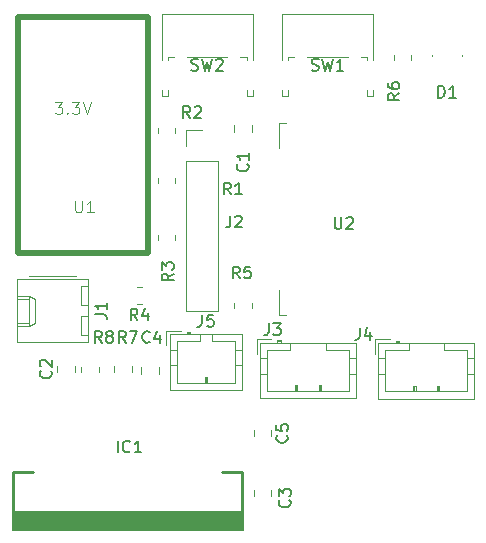
<source format=gbr>
%TF.GenerationSoftware,KiCad,Pcbnew,7.0.7-7.0.7~ubuntu22.04.1*%
%TF.CreationDate,2023-09-11T18:28:41+01:00*%
%TF.ProjectId,Blinder,426c696e-6465-4722-9e6b-696361645f70,rev?*%
%TF.SameCoordinates,Original*%
%TF.FileFunction,Legend,Top*%
%TF.FilePolarity,Positive*%
%FSLAX46Y46*%
G04 Gerber Fmt 4.6, Leading zero omitted, Abs format (unit mm)*
G04 Created by KiCad (PCBNEW 7.0.7-7.0.7~ubuntu22.04.1) date 2023-09-11 18:28:41*
%MOMM*%
%LPD*%
G01*
G04 APERTURE LIST*
%ADD10C,0.150000*%
%ADD11C,0.100000*%
%ADD12C,0.120000*%
%ADD13C,0.010000*%
%ADD14C,0.254000*%
%ADD15C,0.500000*%
G04 APERTURE END LIST*
D10*
X71991905Y-26414819D02*
X71991905Y-25414819D01*
X71991905Y-25414819D02*
X72230000Y-25414819D01*
X72230000Y-25414819D02*
X72372857Y-25462438D01*
X72372857Y-25462438D02*
X72468095Y-25557676D01*
X72468095Y-25557676D02*
X72515714Y-25652914D01*
X72515714Y-25652914D02*
X72563333Y-25843390D01*
X72563333Y-25843390D02*
X72563333Y-25986247D01*
X72563333Y-25986247D02*
X72515714Y-26176723D01*
X72515714Y-26176723D02*
X72468095Y-26271961D01*
X72468095Y-26271961D02*
X72372857Y-26367200D01*
X72372857Y-26367200D02*
X72230000Y-26414819D01*
X72230000Y-26414819D02*
X71991905Y-26414819D01*
X73515714Y-26414819D02*
X72944286Y-26414819D01*
X73230000Y-26414819D02*
X73230000Y-25414819D01*
X73230000Y-25414819D02*
X73134762Y-25557676D01*
X73134762Y-25557676D02*
X73039524Y-25652914D01*
X73039524Y-25652914D02*
X72944286Y-25700533D01*
X63246095Y-36538819D02*
X63246095Y-37348342D01*
X63246095Y-37348342D02*
X63293714Y-37443580D01*
X63293714Y-37443580D02*
X63341333Y-37491200D01*
X63341333Y-37491200D02*
X63436571Y-37538819D01*
X63436571Y-37538819D02*
X63627047Y-37538819D01*
X63627047Y-37538819D02*
X63722285Y-37491200D01*
X63722285Y-37491200D02*
X63769904Y-37443580D01*
X63769904Y-37443580D02*
X63817523Y-37348342D01*
X63817523Y-37348342D02*
X63817523Y-36538819D01*
X64246095Y-36634057D02*
X64293714Y-36586438D01*
X64293714Y-36586438D02*
X64388952Y-36538819D01*
X64388952Y-36538819D02*
X64627047Y-36538819D01*
X64627047Y-36538819D02*
X64722285Y-36586438D01*
X64722285Y-36586438D02*
X64769904Y-36634057D01*
X64769904Y-36634057D02*
X64817523Y-36729295D01*
X64817523Y-36729295D02*
X64817523Y-36824533D01*
X64817523Y-36824533D02*
X64769904Y-36967390D01*
X64769904Y-36967390D02*
X64198476Y-37538819D01*
X64198476Y-37538819D02*
X64817523Y-37538819D01*
X44870433Y-56461998D02*
X44870433Y-55461612D01*
X45918456Y-56366723D02*
X45870818Y-56414361D01*
X45870818Y-56414361D02*
X45727906Y-56461998D01*
X45727906Y-56461998D02*
X45632631Y-56461998D01*
X45632631Y-56461998D02*
X45489719Y-56414361D01*
X45489719Y-56414361D02*
X45394444Y-56319086D01*
X45394444Y-56319086D02*
X45346807Y-56223811D01*
X45346807Y-56223811D02*
X45299169Y-56033261D01*
X45299169Y-56033261D02*
X45299169Y-55890349D01*
X45299169Y-55890349D02*
X45346807Y-55699799D01*
X45346807Y-55699799D02*
X45394444Y-55604524D01*
X45394444Y-55604524D02*
X45489719Y-55509249D01*
X45489719Y-55509249D02*
X45632631Y-55461612D01*
X45632631Y-55461612D02*
X45727906Y-55461612D01*
X45727906Y-55461612D02*
X45870818Y-55509249D01*
X45870818Y-55509249D02*
X45918456Y-55556887D01*
X46871204Y-56461998D02*
X46299555Y-56461998D01*
X46585380Y-56461998D02*
X46585380Y-55461612D01*
X46585380Y-55461612D02*
X46490105Y-55604524D01*
X46490105Y-55604524D02*
X46394830Y-55699799D01*
X46394830Y-55699799D02*
X46299555Y-55747437D01*
X52006666Y-44814819D02*
X52006666Y-45529104D01*
X52006666Y-45529104D02*
X51959047Y-45671961D01*
X51959047Y-45671961D02*
X51863809Y-45767200D01*
X51863809Y-45767200D02*
X51720952Y-45814819D01*
X51720952Y-45814819D02*
X51625714Y-45814819D01*
X52959047Y-44814819D02*
X52482857Y-44814819D01*
X52482857Y-44814819D02*
X52435238Y-45291009D01*
X52435238Y-45291009D02*
X52482857Y-45243390D01*
X52482857Y-45243390D02*
X52578095Y-45195771D01*
X52578095Y-45195771D02*
X52816190Y-45195771D01*
X52816190Y-45195771D02*
X52911428Y-45243390D01*
X52911428Y-45243390D02*
X52959047Y-45291009D01*
X52959047Y-45291009D02*
X53006666Y-45386247D01*
X53006666Y-45386247D02*
X53006666Y-45624342D01*
X53006666Y-45624342D02*
X52959047Y-45719580D01*
X52959047Y-45719580D02*
X52911428Y-45767200D01*
X52911428Y-45767200D02*
X52816190Y-45814819D01*
X52816190Y-45814819D02*
X52578095Y-45814819D01*
X52578095Y-45814819D02*
X52482857Y-45767200D01*
X52482857Y-45767200D02*
X52435238Y-45719580D01*
X51116667Y-24087200D02*
X51259524Y-24134819D01*
X51259524Y-24134819D02*
X51497619Y-24134819D01*
X51497619Y-24134819D02*
X51592857Y-24087200D01*
X51592857Y-24087200D02*
X51640476Y-24039580D01*
X51640476Y-24039580D02*
X51688095Y-23944342D01*
X51688095Y-23944342D02*
X51688095Y-23849104D01*
X51688095Y-23849104D02*
X51640476Y-23753866D01*
X51640476Y-23753866D02*
X51592857Y-23706247D01*
X51592857Y-23706247D02*
X51497619Y-23658628D01*
X51497619Y-23658628D02*
X51307143Y-23611009D01*
X51307143Y-23611009D02*
X51211905Y-23563390D01*
X51211905Y-23563390D02*
X51164286Y-23515771D01*
X51164286Y-23515771D02*
X51116667Y-23420533D01*
X51116667Y-23420533D02*
X51116667Y-23325295D01*
X51116667Y-23325295D02*
X51164286Y-23230057D01*
X51164286Y-23230057D02*
X51211905Y-23182438D01*
X51211905Y-23182438D02*
X51307143Y-23134819D01*
X51307143Y-23134819D02*
X51545238Y-23134819D01*
X51545238Y-23134819D02*
X51688095Y-23182438D01*
X52021429Y-23134819D02*
X52259524Y-24134819D01*
X52259524Y-24134819D02*
X52450000Y-23420533D01*
X52450000Y-23420533D02*
X52640476Y-24134819D01*
X52640476Y-24134819D02*
X52878572Y-23134819D01*
X53211905Y-23230057D02*
X53259524Y-23182438D01*
X53259524Y-23182438D02*
X53354762Y-23134819D01*
X53354762Y-23134819D02*
X53592857Y-23134819D01*
X53592857Y-23134819D02*
X53688095Y-23182438D01*
X53688095Y-23182438D02*
X53735714Y-23230057D01*
X53735714Y-23230057D02*
X53783333Y-23325295D01*
X53783333Y-23325295D02*
X53783333Y-23420533D01*
X53783333Y-23420533D02*
X53735714Y-23563390D01*
X53735714Y-23563390D02*
X53164286Y-24134819D01*
X53164286Y-24134819D02*
X53783333Y-24134819D01*
X43521333Y-47190819D02*
X43188000Y-46714628D01*
X42949905Y-47190819D02*
X42949905Y-46190819D01*
X42949905Y-46190819D02*
X43330857Y-46190819D01*
X43330857Y-46190819D02*
X43426095Y-46238438D01*
X43426095Y-46238438D02*
X43473714Y-46286057D01*
X43473714Y-46286057D02*
X43521333Y-46381295D01*
X43521333Y-46381295D02*
X43521333Y-46524152D01*
X43521333Y-46524152D02*
X43473714Y-46619390D01*
X43473714Y-46619390D02*
X43426095Y-46667009D01*
X43426095Y-46667009D02*
X43330857Y-46714628D01*
X43330857Y-46714628D02*
X42949905Y-46714628D01*
X44092762Y-46619390D02*
X43997524Y-46571771D01*
X43997524Y-46571771D02*
X43949905Y-46524152D01*
X43949905Y-46524152D02*
X43902286Y-46428914D01*
X43902286Y-46428914D02*
X43902286Y-46381295D01*
X43902286Y-46381295D02*
X43949905Y-46286057D01*
X43949905Y-46286057D02*
X43997524Y-46238438D01*
X43997524Y-46238438D02*
X44092762Y-46190819D01*
X44092762Y-46190819D02*
X44283238Y-46190819D01*
X44283238Y-46190819D02*
X44378476Y-46238438D01*
X44378476Y-46238438D02*
X44426095Y-46286057D01*
X44426095Y-46286057D02*
X44473714Y-46381295D01*
X44473714Y-46381295D02*
X44473714Y-46428914D01*
X44473714Y-46428914D02*
X44426095Y-46524152D01*
X44426095Y-46524152D02*
X44378476Y-46571771D01*
X44378476Y-46571771D02*
X44283238Y-46619390D01*
X44283238Y-46619390D02*
X44092762Y-46619390D01*
X44092762Y-46619390D02*
X43997524Y-46667009D01*
X43997524Y-46667009D02*
X43949905Y-46714628D01*
X43949905Y-46714628D02*
X43902286Y-46809866D01*
X43902286Y-46809866D02*
X43902286Y-47000342D01*
X43902286Y-47000342D02*
X43949905Y-47095580D01*
X43949905Y-47095580D02*
X43997524Y-47143200D01*
X43997524Y-47143200D02*
X44092762Y-47190819D01*
X44092762Y-47190819D02*
X44283238Y-47190819D01*
X44283238Y-47190819D02*
X44378476Y-47143200D01*
X44378476Y-47143200D02*
X44426095Y-47095580D01*
X44426095Y-47095580D02*
X44473714Y-47000342D01*
X44473714Y-47000342D02*
X44473714Y-46809866D01*
X44473714Y-46809866D02*
X44426095Y-46714628D01*
X44426095Y-46714628D02*
X44378476Y-46667009D01*
X44378476Y-46667009D02*
X44283238Y-46619390D01*
X59189580Y-55009166D02*
X59237200Y-55056785D01*
X59237200Y-55056785D02*
X59284819Y-55199642D01*
X59284819Y-55199642D02*
X59284819Y-55294880D01*
X59284819Y-55294880D02*
X59237200Y-55437737D01*
X59237200Y-55437737D02*
X59141961Y-55532975D01*
X59141961Y-55532975D02*
X59046723Y-55580594D01*
X59046723Y-55580594D02*
X58856247Y-55628213D01*
X58856247Y-55628213D02*
X58713390Y-55628213D01*
X58713390Y-55628213D02*
X58522914Y-55580594D01*
X58522914Y-55580594D02*
X58427676Y-55532975D01*
X58427676Y-55532975D02*
X58332438Y-55437737D01*
X58332438Y-55437737D02*
X58284819Y-55294880D01*
X58284819Y-55294880D02*
X58284819Y-55199642D01*
X58284819Y-55199642D02*
X58332438Y-55056785D01*
X58332438Y-55056785D02*
X58380057Y-55009166D01*
X58284819Y-54104404D02*
X58284819Y-54580594D01*
X58284819Y-54580594D02*
X58761009Y-54628213D01*
X58761009Y-54628213D02*
X58713390Y-54580594D01*
X58713390Y-54580594D02*
X58665771Y-54485356D01*
X58665771Y-54485356D02*
X58665771Y-54247261D01*
X58665771Y-54247261D02*
X58713390Y-54152023D01*
X58713390Y-54152023D02*
X58761009Y-54104404D01*
X58761009Y-54104404D02*
X58856247Y-54056785D01*
X58856247Y-54056785D02*
X59094342Y-54056785D01*
X59094342Y-54056785D02*
X59189580Y-54104404D01*
X59189580Y-54104404D02*
X59237200Y-54152023D01*
X59237200Y-54152023D02*
X59284819Y-54247261D01*
X59284819Y-54247261D02*
X59284819Y-54485356D01*
X59284819Y-54485356D02*
X59237200Y-54580594D01*
X59237200Y-54580594D02*
X59189580Y-54628213D01*
X57666666Y-45534819D02*
X57666666Y-46249104D01*
X57666666Y-46249104D02*
X57619047Y-46391961D01*
X57619047Y-46391961D02*
X57523809Y-46487200D01*
X57523809Y-46487200D02*
X57380952Y-46534819D01*
X57380952Y-46534819D02*
X57285714Y-46534819D01*
X58047619Y-45534819D02*
X58666666Y-45534819D01*
X58666666Y-45534819D02*
X58333333Y-45915771D01*
X58333333Y-45915771D02*
X58476190Y-45915771D01*
X58476190Y-45915771D02*
X58571428Y-45963390D01*
X58571428Y-45963390D02*
X58619047Y-46011009D01*
X58619047Y-46011009D02*
X58666666Y-46106247D01*
X58666666Y-46106247D02*
X58666666Y-46344342D01*
X58666666Y-46344342D02*
X58619047Y-46439580D01*
X58619047Y-46439580D02*
X58571428Y-46487200D01*
X58571428Y-46487200D02*
X58476190Y-46534819D01*
X58476190Y-46534819D02*
X58190476Y-46534819D01*
X58190476Y-46534819D02*
X58095238Y-46487200D01*
X58095238Y-46487200D02*
X58047619Y-46439580D01*
X54443333Y-34617819D02*
X54110000Y-34141628D01*
X53871905Y-34617819D02*
X53871905Y-33617819D01*
X53871905Y-33617819D02*
X54252857Y-33617819D01*
X54252857Y-33617819D02*
X54348095Y-33665438D01*
X54348095Y-33665438D02*
X54395714Y-33713057D01*
X54395714Y-33713057D02*
X54443333Y-33808295D01*
X54443333Y-33808295D02*
X54443333Y-33951152D01*
X54443333Y-33951152D02*
X54395714Y-34046390D01*
X54395714Y-34046390D02*
X54348095Y-34094009D01*
X54348095Y-34094009D02*
X54252857Y-34141628D01*
X54252857Y-34141628D02*
X53871905Y-34141628D01*
X55395714Y-34617819D02*
X54824286Y-34617819D01*
X55110000Y-34617819D02*
X55110000Y-33617819D01*
X55110000Y-33617819D02*
X55014762Y-33760676D01*
X55014762Y-33760676D02*
X54919524Y-33855914D01*
X54919524Y-33855914D02*
X54824286Y-33903533D01*
X54403666Y-36411819D02*
X54403666Y-37126104D01*
X54403666Y-37126104D02*
X54356047Y-37268961D01*
X54356047Y-37268961D02*
X54260809Y-37364200D01*
X54260809Y-37364200D02*
X54117952Y-37411819D01*
X54117952Y-37411819D02*
X54022714Y-37411819D01*
X54832238Y-36507057D02*
X54879857Y-36459438D01*
X54879857Y-36459438D02*
X54975095Y-36411819D01*
X54975095Y-36411819D02*
X55213190Y-36411819D01*
X55213190Y-36411819D02*
X55308428Y-36459438D01*
X55308428Y-36459438D02*
X55356047Y-36507057D01*
X55356047Y-36507057D02*
X55403666Y-36602295D01*
X55403666Y-36602295D02*
X55403666Y-36697533D01*
X55403666Y-36697533D02*
X55356047Y-36840390D01*
X55356047Y-36840390D02*
X54784619Y-37411819D01*
X54784619Y-37411819D02*
X55403666Y-37411819D01*
X39192580Y-49548166D02*
X39240200Y-49595785D01*
X39240200Y-49595785D02*
X39287819Y-49738642D01*
X39287819Y-49738642D02*
X39287819Y-49833880D01*
X39287819Y-49833880D02*
X39240200Y-49976737D01*
X39240200Y-49976737D02*
X39144961Y-50071975D01*
X39144961Y-50071975D02*
X39049723Y-50119594D01*
X39049723Y-50119594D02*
X38859247Y-50167213D01*
X38859247Y-50167213D02*
X38716390Y-50167213D01*
X38716390Y-50167213D02*
X38525914Y-50119594D01*
X38525914Y-50119594D02*
X38430676Y-50071975D01*
X38430676Y-50071975D02*
X38335438Y-49976737D01*
X38335438Y-49976737D02*
X38287819Y-49833880D01*
X38287819Y-49833880D02*
X38287819Y-49738642D01*
X38287819Y-49738642D02*
X38335438Y-49595785D01*
X38335438Y-49595785D02*
X38383057Y-49548166D01*
X38383057Y-49167213D02*
X38335438Y-49119594D01*
X38335438Y-49119594D02*
X38287819Y-49024356D01*
X38287819Y-49024356D02*
X38287819Y-48786261D01*
X38287819Y-48786261D02*
X38335438Y-48691023D01*
X38335438Y-48691023D02*
X38383057Y-48643404D01*
X38383057Y-48643404D02*
X38478295Y-48595785D01*
X38478295Y-48595785D02*
X38573533Y-48595785D01*
X38573533Y-48595785D02*
X38716390Y-48643404D01*
X38716390Y-48643404D02*
X39287819Y-49214832D01*
X39287819Y-49214832D02*
X39287819Y-48595785D01*
X65353774Y-45923884D02*
X65353774Y-46638169D01*
X65353774Y-46638169D02*
X65306155Y-46781026D01*
X65306155Y-46781026D02*
X65210917Y-46876265D01*
X65210917Y-46876265D02*
X65068060Y-46923884D01*
X65068060Y-46923884D02*
X64972822Y-46923884D01*
X66258536Y-46257217D02*
X66258536Y-46923884D01*
X66020441Y-45876265D02*
X65782346Y-46590550D01*
X65782346Y-46590550D02*
X66401393Y-46590550D01*
X42944819Y-44783333D02*
X43659104Y-44783333D01*
X43659104Y-44783333D02*
X43801961Y-44830952D01*
X43801961Y-44830952D02*
X43897200Y-44926190D01*
X43897200Y-44926190D02*
X43944819Y-45069047D01*
X43944819Y-45069047D02*
X43944819Y-45164285D01*
X43944819Y-43783333D02*
X43944819Y-44354761D01*
X43944819Y-44069047D02*
X42944819Y-44069047D01*
X42944819Y-44069047D02*
X43087676Y-44164285D01*
X43087676Y-44164285D02*
X43182914Y-44259523D01*
X43182914Y-44259523D02*
X43230533Y-44354761D01*
X49603819Y-41314666D02*
X49127628Y-41647999D01*
X49603819Y-41886094D02*
X48603819Y-41886094D01*
X48603819Y-41886094D02*
X48603819Y-41505142D01*
X48603819Y-41505142D02*
X48651438Y-41409904D01*
X48651438Y-41409904D02*
X48699057Y-41362285D01*
X48699057Y-41362285D02*
X48794295Y-41314666D01*
X48794295Y-41314666D02*
X48937152Y-41314666D01*
X48937152Y-41314666D02*
X49032390Y-41362285D01*
X49032390Y-41362285D02*
X49080009Y-41409904D01*
X49080009Y-41409904D02*
X49127628Y-41505142D01*
X49127628Y-41505142D02*
X49127628Y-41886094D01*
X48603819Y-40981332D02*
X48603819Y-40362285D01*
X48603819Y-40362285D02*
X48984771Y-40695618D01*
X48984771Y-40695618D02*
X48984771Y-40552761D01*
X48984771Y-40552761D02*
X49032390Y-40457523D01*
X49032390Y-40457523D02*
X49080009Y-40409904D01*
X49080009Y-40409904D02*
X49175247Y-40362285D01*
X49175247Y-40362285D02*
X49413342Y-40362285D01*
X49413342Y-40362285D02*
X49508580Y-40409904D01*
X49508580Y-40409904D02*
X49556200Y-40457523D01*
X49556200Y-40457523D02*
X49603819Y-40552761D01*
X49603819Y-40552761D02*
X49603819Y-40838475D01*
X49603819Y-40838475D02*
X49556200Y-40933713D01*
X49556200Y-40933713D02*
X49508580Y-40981332D01*
D11*
X41275095Y-35144419D02*
X41275095Y-35953942D01*
X41275095Y-35953942D02*
X41322714Y-36049180D01*
X41322714Y-36049180D02*
X41370333Y-36096800D01*
X41370333Y-36096800D02*
X41465571Y-36144419D01*
X41465571Y-36144419D02*
X41656047Y-36144419D01*
X41656047Y-36144419D02*
X41751285Y-36096800D01*
X41751285Y-36096800D02*
X41798904Y-36049180D01*
X41798904Y-36049180D02*
X41846523Y-35953942D01*
X41846523Y-35953942D02*
X41846523Y-35144419D01*
X42846523Y-36144419D02*
X42275095Y-36144419D01*
X42560809Y-36144419D02*
X42560809Y-35144419D01*
X42560809Y-35144419D02*
X42465571Y-35287276D01*
X42465571Y-35287276D02*
X42370333Y-35382514D01*
X42370333Y-35382514D02*
X42275095Y-35430133D01*
X39578646Y-26812419D02*
X40197693Y-26812419D01*
X40197693Y-26812419D02*
X39864360Y-27193371D01*
X39864360Y-27193371D02*
X40007217Y-27193371D01*
X40007217Y-27193371D02*
X40102455Y-27240990D01*
X40102455Y-27240990D02*
X40150074Y-27288609D01*
X40150074Y-27288609D02*
X40197693Y-27383847D01*
X40197693Y-27383847D02*
X40197693Y-27621942D01*
X40197693Y-27621942D02*
X40150074Y-27717180D01*
X40150074Y-27717180D02*
X40102455Y-27764800D01*
X40102455Y-27764800D02*
X40007217Y-27812419D01*
X40007217Y-27812419D02*
X39721503Y-27812419D01*
X39721503Y-27812419D02*
X39626265Y-27764800D01*
X39626265Y-27764800D02*
X39578646Y-27717180D01*
X40626265Y-27717180D02*
X40673884Y-27764800D01*
X40673884Y-27764800D02*
X40626265Y-27812419D01*
X40626265Y-27812419D02*
X40578646Y-27764800D01*
X40578646Y-27764800D02*
X40626265Y-27717180D01*
X40626265Y-27717180D02*
X40626265Y-27812419D01*
X41007217Y-26812419D02*
X41626264Y-26812419D01*
X41626264Y-26812419D02*
X41292931Y-27193371D01*
X41292931Y-27193371D02*
X41435788Y-27193371D01*
X41435788Y-27193371D02*
X41531026Y-27240990D01*
X41531026Y-27240990D02*
X41578645Y-27288609D01*
X41578645Y-27288609D02*
X41626264Y-27383847D01*
X41626264Y-27383847D02*
X41626264Y-27621942D01*
X41626264Y-27621942D02*
X41578645Y-27717180D01*
X41578645Y-27717180D02*
X41531026Y-27764800D01*
X41531026Y-27764800D02*
X41435788Y-27812419D01*
X41435788Y-27812419D02*
X41150074Y-27812419D01*
X41150074Y-27812419D02*
X41054836Y-27764800D01*
X41054836Y-27764800D02*
X41007217Y-27717180D01*
X41911979Y-26812419D02*
X42245312Y-27812419D01*
X42245312Y-27812419D02*
X42578645Y-26812419D01*
D10*
X55858580Y-32043666D02*
X55906200Y-32091285D01*
X55906200Y-32091285D02*
X55953819Y-32234142D01*
X55953819Y-32234142D02*
X55953819Y-32329380D01*
X55953819Y-32329380D02*
X55906200Y-32472237D01*
X55906200Y-32472237D02*
X55810961Y-32567475D01*
X55810961Y-32567475D02*
X55715723Y-32615094D01*
X55715723Y-32615094D02*
X55525247Y-32662713D01*
X55525247Y-32662713D02*
X55382390Y-32662713D01*
X55382390Y-32662713D02*
X55191914Y-32615094D01*
X55191914Y-32615094D02*
X55096676Y-32567475D01*
X55096676Y-32567475D02*
X55001438Y-32472237D01*
X55001438Y-32472237D02*
X54953819Y-32329380D01*
X54953819Y-32329380D02*
X54953819Y-32234142D01*
X54953819Y-32234142D02*
X55001438Y-32091285D01*
X55001438Y-32091285D02*
X55049057Y-32043666D01*
X55953819Y-31091285D02*
X55953819Y-31662713D01*
X55953819Y-31376999D02*
X54953819Y-31376999D01*
X54953819Y-31376999D02*
X55096676Y-31472237D01*
X55096676Y-31472237D02*
X55191914Y-31567475D01*
X55191914Y-31567475D02*
X55239533Y-31662713D01*
X51014333Y-28140819D02*
X50681000Y-27664628D01*
X50442905Y-28140819D02*
X50442905Y-27140819D01*
X50442905Y-27140819D02*
X50823857Y-27140819D01*
X50823857Y-27140819D02*
X50919095Y-27188438D01*
X50919095Y-27188438D02*
X50966714Y-27236057D01*
X50966714Y-27236057D02*
X51014333Y-27331295D01*
X51014333Y-27331295D02*
X51014333Y-27474152D01*
X51014333Y-27474152D02*
X50966714Y-27569390D01*
X50966714Y-27569390D02*
X50919095Y-27617009D01*
X50919095Y-27617009D02*
X50823857Y-27664628D01*
X50823857Y-27664628D02*
X50442905Y-27664628D01*
X51395286Y-27236057D02*
X51442905Y-27188438D01*
X51442905Y-27188438D02*
X51538143Y-27140819D01*
X51538143Y-27140819D02*
X51776238Y-27140819D01*
X51776238Y-27140819D02*
X51871476Y-27188438D01*
X51871476Y-27188438D02*
X51919095Y-27236057D01*
X51919095Y-27236057D02*
X51966714Y-27331295D01*
X51966714Y-27331295D02*
X51966714Y-27426533D01*
X51966714Y-27426533D02*
X51919095Y-27569390D01*
X51919095Y-27569390D02*
X51347667Y-28140819D01*
X51347667Y-28140819D02*
X51966714Y-28140819D01*
X47585333Y-47095580D02*
X47537714Y-47143200D01*
X47537714Y-47143200D02*
X47394857Y-47190819D01*
X47394857Y-47190819D02*
X47299619Y-47190819D01*
X47299619Y-47190819D02*
X47156762Y-47143200D01*
X47156762Y-47143200D02*
X47061524Y-47047961D01*
X47061524Y-47047961D02*
X47013905Y-46952723D01*
X47013905Y-46952723D02*
X46966286Y-46762247D01*
X46966286Y-46762247D02*
X46966286Y-46619390D01*
X46966286Y-46619390D02*
X47013905Y-46428914D01*
X47013905Y-46428914D02*
X47061524Y-46333676D01*
X47061524Y-46333676D02*
X47156762Y-46238438D01*
X47156762Y-46238438D02*
X47299619Y-46190819D01*
X47299619Y-46190819D02*
X47394857Y-46190819D01*
X47394857Y-46190819D02*
X47537714Y-46238438D01*
X47537714Y-46238438D02*
X47585333Y-46286057D01*
X48442476Y-46524152D02*
X48442476Y-47190819D01*
X48204381Y-46143200D02*
X47966286Y-46857485D01*
X47966286Y-46857485D02*
X48585333Y-46857485D01*
X59414580Y-60491666D02*
X59462200Y-60539285D01*
X59462200Y-60539285D02*
X59509819Y-60682142D01*
X59509819Y-60682142D02*
X59509819Y-60777380D01*
X59509819Y-60777380D02*
X59462200Y-60920237D01*
X59462200Y-60920237D02*
X59366961Y-61015475D01*
X59366961Y-61015475D02*
X59271723Y-61063094D01*
X59271723Y-61063094D02*
X59081247Y-61110713D01*
X59081247Y-61110713D02*
X58938390Y-61110713D01*
X58938390Y-61110713D02*
X58747914Y-61063094D01*
X58747914Y-61063094D02*
X58652676Y-61015475D01*
X58652676Y-61015475D02*
X58557438Y-60920237D01*
X58557438Y-60920237D02*
X58509819Y-60777380D01*
X58509819Y-60777380D02*
X58509819Y-60682142D01*
X58509819Y-60682142D02*
X58557438Y-60539285D01*
X58557438Y-60539285D02*
X58605057Y-60491666D01*
X58509819Y-60158332D02*
X58509819Y-59539285D01*
X58509819Y-59539285D02*
X58890771Y-59872618D01*
X58890771Y-59872618D02*
X58890771Y-59729761D01*
X58890771Y-59729761D02*
X58938390Y-59634523D01*
X58938390Y-59634523D02*
X58986009Y-59586904D01*
X58986009Y-59586904D02*
X59081247Y-59539285D01*
X59081247Y-59539285D02*
X59319342Y-59539285D01*
X59319342Y-59539285D02*
X59414580Y-59586904D01*
X59414580Y-59586904D02*
X59462200Y-59634523D01*
X59462200Y-59634523D02*
X59509819Y-59729761D01*
X59509819Y-59729761D02*
X59509819Y-60015475D01*
X59509819Y-60015475D02*
X59462200Y-60110713D01*
X59462200Y-60110713D02*
X59414580Y-60158332D01*
X55205333Y-41729819D02*
X54872000Y-41253628D01*
X54633905Y-41729819D02*
X54633905Y-40729819D01*
X54633905Y-40729819D02*
X55014857Y-40729819D01*
X55014857Y-40729819D02*
X55110095Y-40777438D01*
X55110095Y-40777438D02*
X55157714Y-40825057D01*
X55157714Y-40825057D02*
X55205333Y-40920295D01*
X55205333Y-40920295D02*
X55205333Y-41063152D01*
X55205333Y-41063152D02*
X55157714Y-41158390D01*
X55157714Y-41158390D02*
X55110095Y-41206009D01*
X55110095Y-41206009D02*
X55014857Y-41253628D01*
X55014857Y-41253628D02*
X54633905Y-41253628D01*
X56110095Y-40729819D02*
X55633905Y-40729819D01*
X55633905Y-40729819D02*
X55586286Y-41206009D01*
X55586286Y-41206009D02*
X55633905Y-41158390D01*
X55633905Y-41158390D02*
X55729143Y-41110771D01*
X55729143Y-41110771D02*
X55967238Y-41110771D01*
X55967238Y-41110771D02*
X56062476Y-41158390D01*
X56062476Y-41158390D02*
X56110095Y-41206009D01*
X56110095Y-41206009D02*
X56157714Y-41301247D01*
X56157714Y-41301247D02*
X56157714Y-41539342D01*
X56157714Y-41539342D02*
X56110095Y-41634580D01*
X56110095Y-41634580D02*
X56062476Y-41682200D01*
X56062476Y-41682200D02*
X55967238Y-41729819D01*
X55967238Y-41729819D02*
X55729143Y-41729819D01*
X55729143Y-41729819D02*
X55633905Y-41682200D01*
X55633905Y-41682200D02*
X55586286Y-41634580D01*
X46553333Y-45284819D02*
X46220000Y-44808628D01*
X45981905Y-45284819D02*
X45981905Y-44284819D01*
X45981905Y-44284819D02*
X46362857Y-44284819D01*
X46362857Y-44284819D02*
X46458095Y-44332438D01*
X46458095Y-44332438D02*
X46505714Y-44380057D01*
X46505714Y-44380057D02*
X46553333Y-44475295D01*
X46553333Y-44475295D02*
X46553333Y-44618152D01*
X46553333Y-44618152D02*
X46505714Y-44713390D01*
X46505714Y-44713390D02*
X46458095Y-44761009D01*
X46458095Y-44761009D02*
X46362857Y-44808628D01*
X46362857Y-44808628D02*
X45981905Y-44808628D01*
X47410476Y-44618152D02*
X47410476Y-45284819D01*
X47172381Y-44237200D02*
X46934286Y-44951485D01*
X46934286Y-44951485D02*
X47553333Y-44951485D01*
X45553333Y-47190819D02*
X45220000Y-46714628D01*
X44981905Y-47190819D02*
X44981905Y-46190819D01*
X44981905Y-46190819D02*
X45362857Y-46190819D01*
X45362857Y-46190819D02*
X45458095Y-46238438D01*
X45458095Y-46238438D02*
X45505714Y-46286057D01*
X45505714Y-46286057D02*
X45553333Y-46381295D01*
X45553333Y-46381295D02*
X45553333Y-46524152D01*
X45553333Y-46524152D02*
X45505714Y-46619390D01*
X45505714Y-46619390D02*
X45458095Y-46667009D01*
X45458095Y-46667009D02*
X45362857Y-46714628D01*
X45362857Y-46714628D02*
X44981905Y-46714628D01*
X45886667Y-46190819D02*
X46553333Y-46190819D01*
X46553333Y-46190819D02*
X46124762Y-47190819D01*
X68721408Y-26068723D02*
X68245217Y-26402056D01*
X68721408Y-26640151D02*
X67721408Y-26640151D01*
X67721408Y-26640151D02*
X67721408Y-26259199D01*
X67721408Y-26259199D02*
X67769027Y-26163961D01*
X67769027Y-26163961D02*
X67816646Y-26116342D01*
X67816646Y-26116342D02*
X67911884Y-26068723D01*
X67911884Y-26068723D02*
X68054741Y-26068723D01*
X68054741Y-26068723D02*
X68149979Y-26116342D01*
X68149979Y-26116342D02*
X68197598Y-26163961D01*
X68197598Y-26163961D02*
X68245217Y-26259199D01*
X68245217Y-26259199D02*
X68245217Y-26640151D01*
X67721408Y-25211580D02*
X67721408Y-25402056D01*
X67721408Y-25402056D02*
X67769027Y-25497294D01*
X67769027Y-25497294D02*
X67816646Y-25544913D01*
X67816646Y-25544913D02*
X67959503Y-25640151D01*
X67959503Y-25640151D02*
X68149979Y-25687770D01*
X68149979Y-25687770D02*
X68530931Y-25687770D01*
X68530931Y-25687770D02*
X68626169Y-25640151D01*
X68626169Y-25640151D02*
X68673789Y-25592532D01*
X68673789Y-25592532D02*
X68721408Y-25497294D01*
X68721408Y-25497294D02*
X68721408Y-25306818D01*
X68721408Y-25306818D02*
X68673789Y-25211580D01*
X68673789Y-25211580D02*
X68626169Y-25163961D01*
X68626169Y-25163961D02*
X68530931Y-25116342D01*
X68530931Y-25116342D02*
X68292836Y-25116342D01*
X68292836Y-25116342D02*
X68197598Y-25163961D01*
X68197598Y-25163961D02*
X68149979Y-25211580D01*
X68149979Y-25211580D02*
X68102360Y-25306818D01*
X68102360Y-25306818D02*
X68102360Y-25497294D01*
X68102360Y-25497294D02*
X68149979Y-25592532D01*
X68149979Y-25592532D02*
X68197598Y-25640151D01*
X68197598Y-25640151D02*
X68292836Y-25687770D01*
X61310887Y-24088921D02*
X61453744Y-24136540D01*
X61453744Y-24136540D02*
X61691839Y-24136540D01*
X61691839Y-24136540D02*
X61787077Y-24088921D01*
X61787077Y-24088921D02*
X61834696Y-24041301D01*
X61834696Y-24041301D02*
X61882315Y-23946063D01*
X61882315Y-23946063D02*
X61882315Y-23850825D01*
X61882315Y-23850825D02*
X61834696Y-23755587D01*
X61834696Y-23755587D02*
X61787077Y-23707968D01*
X61787077Y-23707968D02*
X61691839Y-23660349D01*
X61691839Y-23660349D02*
X61501363Y-23612730D01*
X61501363Y-23612730D02*
X61406125Y-23565111D01*
X61406125Y-23565111D02*
X61358506Y-23517492D01*
X61358506Y-23517492D02*
X61310887Y-23422254D01*
X61310887Y-23422254D02*
X61310887Y-23327016D01*
X61310887Y-23327016D02*
X61358506Y-23231778D01*
X61358506Y-23231778D02*
X61406125Y-23184159D01*
X61406125Y-23184159D02*
X61501363Y-23136540D01*
X61501363Y-23136540D02*
X61739458Y-23136540D01*
X61739458Y-23136540D02*
X61882315Y-23184159D01*
X62215649Y-23136540D02*
X62453744Y-24136540D01*
X62453744Y-24136540D02*
X62644220Y-23422254D01*
X62644220Y-23422254D02*
X62834696Y-24136540D01*
X62834696Y-24136540D02*
X63072792Y-23136540D01*
X63977553Y-24136540D02*
X63406125Y-24136540D01*
X63691839Y-24136540D02*
X63691839Y-23136540D01*
X63691839Y-23136540D02*
X63596601Y-23279397D01*
X63596601Y-23279397D02*
X63501363Y-23374635D01*
X63501363Y-23374635D02*
X63406125Y-23422254D01*
D12*
%TO.C,D1*%
X74000000Y-22920000D02*
X74000000Y-22920000D01*
X74000000Y-22920000D02*
X74000000Y-22790000D01*
X74000000Y-22790000D02*
X74000000Y-22920000D01*
X74000000Y-22790000D02*
X74000000Y-22790000D01*
X71460000Y-22920000D02*
X71460000Y-22920000D01*
X71460000Y-22920000D02*
X71460000Y-22790000D01*
X71460000Y-22790000D02*
X71460000Y-22920000D01*
X71460000Y-22790000D02*
X71460000Y-22790000D01*
%TO.C,U2*%
X58548000Y-44843000D02*
X58548000Y-42723000D01*
X59168000Y-44843000D02*
X58548000Y-44843000D01*
X58548000Y-30723000D02*
X58548000Y-28603000D01*
X58548000Y-28603000D02*
X59168000Y-28603000D01*
%TO.C,IC1*%
D13*
X55526220Y-63030000D02*
X35920000Y-63030000D01*
X35920000Y-61430910D01*
X55526220Y-61430910D01*
X55526220Y-63030000D01*
G36*
X55526220Y-63030000D02*
G01*
X35920000Y-63030000D01*
X35920000Y-61430910D01*
X55526220Y-61430910D01*
X55526220Y-63030000D01*
G37*
D14*
X36020000Y-58130000D02*
X36020000Y-61430000D01*
X37720000Y-58130000D02*
X36020000Y-58130000D01*
X55420000Y-58130000D02*
X53720000Y-58130000D01*
X55420000Y-58130000D02*
X55420000Y-61430000D01*
D12*
%TO.C,J5*%
X50740000Y-46250000D02*
X50740000Y-46450000D01*
X49890000Y-50560000D02*
X54790000Y-50560000D01*
X54790000Y-50560000D02*
X54790000Y-47060000D01*
X49280000Y-49060000D02*
X49890000Y-49060000D01*
X52440000Y-50060000D02*
X52440000Y-50560000D01*
X51840000Y-46450000D02*
X51840000Y-47060000D01*
X49890000Y-47060000D02*
X49890000Y-50560000D01*
X51040000Y-46450000D02*
X51040000Y-46250000D01*
X49280000Y-46450000D02*
X49280000Y-51170000D01*
X55400000Y-46450000D02*
X49280000Y-46450000D01*
X51840000Y-47060000D02*
X49890000Y-47060000D01*
X55400000Y-49060000D02*
X54790000Y-49060000D01*
X54790000Y-47060000D02*
X52840000Y-47060000D01*
X49280000Y-47760000D02*
X49890000Y-47760000D01*
X52340000Y-50560000D02*
X52340000Y-50060000D01*
X52240000Y-50060000D02*
X52440000Y-50060000D01*
X55400000Y-51170000D02*
X55400000Y-46450000D01*
X51040000Y-46350000D02*
X50740000Y-46350000D01*
X52840000Y-47060000D02*
X52840000Y-46450000D01*
X48980000Y-46150000D02*
X48980000Y-47400000D01*
X50230000Y-46150000D02*
X48980000Y-46150000D01*
X49280000Y-51170000D02*
X55400000Y-51170000D01*
X55400000Y-47760000D02*
X54790000Y-47760000D01*
X51040000Y-46250000D02*
X50740000Y-46250000D01*
X52240000Y-50560000D02*
X52240000Y-50060000D01*
%TO.C,SW2*%
X48590000Y-19300000D02*
X48590000Y-23200000D01*
X48590000Y-19300000D02*
X56310000Y-19300000D01*
X48590000Y-25800000D02*
X48590000Y-26310000D01*
X48590000Y-26310000D02*
X49110000Y-26310000D01*
X49110000Y-22970000D02*
X49110000Y-23200000D01*
X49110000Y-22970000D02*
X49650000Y-22970000D01*
X49110000Y-25800000D02*
X49110000Y-26310000D01*
X50750000Y-22970000D02*
X54150000Y-22970000D01*
X55250000Y-22970000D02*
X55790000Y-22970000D01*
X55790000Y-22970000D02*
X55790000Y-23200000D01*
X55790000Y-25800000D02*
X55790000Y-26310000D01*
X55790000Y-26310000D02*
X56310000Y-26310000D01*
X56310000Y-19300000D02*
X56310000Y-23200000D01*
X56310000Y-25800000D02*
X56310000Y-26310000D01*
%TO.C,R8*%
X43280000Y-49646064D02*
X43280000Y-49191936D01*
X41810000Y-49646064D02*
X41810000Y-49191936D01*
%TO.C,C5*%
X57885000Y-54581248D02*
X57885000Y-55103752D01*
X56415000Y-54581248D02*
X56415000Y-55103752D01*
%TO.C,J3*%
X65060000Y-51890000D02*
X65060000Y-47170000D01*
X65060000Y-49780000D02*
X64450000Y-49780000D01*
X65060000Y-48480000D02*
X64450000Y-48480000D01*
X65060000Y-47170000D02*
X56940000Y-47170000D01*
X64450000Y-51280000D02*
X64450000Y-47780000D01*
X64450000Y-47780000D02*
X62500000Y-47780000D01*
X62500000Y-47780000D02*
X62500000Y-47170000D01*
X62100000Y-50780000D02*
X62100000Y-51280000D01*
X62000000Y-51280000D02*
X62000000Y-50780000D01*
X61900000Y-51280000D02*
X61900000Y-50780000D01*
X61900000Y-50780000D02*
X62100000Y-50780000D01*
X60100000Y-50780000D02*
X60100000Y-51280000D01*
X60000000Y-51280000D02*
X60000000Y-50780000D01*
X59900000Y-51280000D02*
X59900000Y-50780000D01*
X59900000Y-50780000D02*
X60100000Y-50780000D01*
X59500000Y-47780000D02*
X57550000Y-47780000D01*
X59500000Y-47170000D02*
X59500000Y-47780000D01*
X58700000Y-47170000D02*
X58700000Y-46970000D01*
X58700000Y-47070000D02*
X58400000Y-47070000D01*
X58700000Y-46970000D02*
X58400000Y-46970000D01*
X58400000Y-46970000D02*
X58400000Y-47170000D01*
X57890000Y-46870000D02*
X56640000Y-46870000D01*
X57550000Y-51280000D02*
X64450000Y-51280000D01*
X57550000Y-47780000D02*
X57550000Y-51280000D01*
X56940000Y-51890000D02*
X65060000Y-51890000D01*
X56940000Y-49780000D02*
X57550000Y-49780000D01*
X56940000Y-48480000D02*
X57550000Y-48480000D01*
X56940000Y-47170000D02*
X56940000Y-51890000D01*
X56640000Y-46870000D02*
X56640000Y-48120000D01*
%TO.C,R1*%
X49757000Y-33644064D02*
X49757000Y-33189936D01*
X48287000Y-33644064D02*
X48287000Y-33189936D01*
%TO.C,J2*%
X53330000Y-31750000D02*
X53330000Y-44510000D01*
X50670000Y-44510000D02*
X53330000Y-44510000D01*
X50670000Y-31750000D02*
X53330000Y-31750000D01*
X50670000Y-31750000D02*
X50670000Y-44510000D01*
X50670000Y-30480000D02*
X50670000Y-29150000D01*
X50670000Y-29150000D02*
X52000000Y-29150000D01*
%TO.C,C2*%
X39778000Y-49642752D02*
X39778000Y-49120248D01*
X41248000Y-49642752D02*
X41248000Y-49120248D01*
%TO.C,J4*%
X75060000Y-51910000D02*
X75060000Y-47190000D01*
X75060000Y-49800000D02*
X74450000Y-49800000D01*
X75060000Y-48500000D02*
X74450000Y-48500000D01*
X75060000Y-47190000D02*
X66940000Y-47190000D01*
X74450000Y-51300000D02*
X74450000Y-47800000D01*
X74450000Y-47800000D02*
X72500000Y-47800000D01*
X72500000Y-47800000D02*
X72500000Y-47190000D01*
X72100000Y-50800000D02*
X72100000Y-51300000D01*
X72000000Y-51300000D02*
X72000000Y-50800000D01*
X71900000Y-51300000D02*
X71900000Y-50800000D01*
X71900000Y-50800000D02*
X72100000Y-50800000D01*
X70100000Y-50800000D02*
X70100000Y-51300000D01*
X70000000Y-51300000D02*
X70000000Y-50800000D01*
X69900000Y-51300000D02*
X69900000Y-50800000D01*
X69900000Y-50800000D02*
X70100000Y-50800000D01*
X69500000Y-47800000D02*
X67550000Y-47800000D01*
X69500000Y-47190000D02*
X69500000Y-47800000D01*
X68700000Y-47190000D02*
X68700000Y-46990000D01*
X68700000Y-47090000D02*
X68400000Y-47090000D01*
X68700000Y-46990000D02*
X68400000Y-46990000D01*
X68400000Y-46990000D02*
X68400000Y-47190000D01*
X67890000Y-46890000D02*
X66640000Y-46890000D01*
X67550000Y-51300000D02*
X74450000Y-51300000D01*
X67550000Y-47800000D02*
X67550000Y-51300000D01*
X66940000Y-51910000D02*
X75060000Y-51910000D01*
X66940000Y-49800000D02*
X67550000Y-49800000D01*
X66940000Y-48500000D02*
X67550000Y-48500000D01*
X66940000Y-47190000D02*
X66940000Y-51910000D01*
X66640000Y-46890000D02*
X66640000Y-48140000D01*
%TO.C,J1*%
X36380000Y-47100000D02*
X42400000Y-47100000D01*
X42400000Y-47100000D02*
X42400000Y-41800000D01*
X41800000Y-46520000D02*
X42400000Y-46520000D01*
X37380000Y-45720000D02*
X36380000Y-45720000D01*
X36380000Y-45470000D02*
X37380000Y-45470000D01*
X37910000Y-45470000D02*
X37380000Y-45720000D01*
X41800000Y-44920000D02*
X41800000Y-46520000D01*
X42400000Y-44920000D02*
X41800000Y-44920000D01*
X41800000Y-43980000D02*
X42400000Y-43980000D01*
X36380000Y-43430000D02*
X37380000Y-43430000D01*
X37910000Y-43430000D02*
X37910000Y-45470000D01*
X36380000Y-43180000D02*
X37380000Y-43180000D01*
X37380000Y-43180000D02*
X37380000Y-45720000D01*
X37380000Y-43180000D02*
X37910000Y-43430000D01*
X41800000Y-42380000D02*
X41800000Y-43980000D01*
X42400000Y-42380000D02*
X41800000Y-42380000D01*
X36380000Y-41800000D02*
X36380000Y-47100000D01*
X42400000Y-41800000D02*
X36380000Y-41800000D01*
X41370000Y-41510000D02*
X37370000Y-41510000D01*
%TO.C,R3*%
X48287000Y-38015936D02*
X48287000Y-38470064D01*
X49757000Y-38015936D02*
X49757000Y-38470064D01*
D15*
%TO.C,U1*%
X36410000Y-19600000D02*
X47410000Y-19600000D01*
X47410000Y-19600000D02*
X47410000Y-39600000D01*
X47410000Y-39600000D02*
X36410000Y-39600000D01*
X36410000Y-39600000D02*
X36410000Y-19600000D01*
D12*
%TO.C,C1*%
X54765000Y-29298752D02*
X54765000Y-28776248D01*
X56235000Y-29298752D02*
X56235000Y-28776248D01*
%TO.C,R2*%
X49735000Y-29437064D02*
X49735000Y-28982936D01*
X48265000Y-29437064D02*
X48265000Y-28982936D01*
%TO.C,C4*%
X46890000Y-49791252D02*
X46890000Y-49268748D01*
X48360000Y-49791252D02*
X48360000Y-49268748D01*
%TO.C,C3*%
X57885000Y-59661248D02*
X57885000Y-60183752D01*
X56415000Y-59661248D02*
X56415000Y-60183752D01*
%TO.C,R5*%
X54765000Y-44227064D02*
X54765000Y-43772936D01*
X56235000Y-44227064D02*
X56235000Y-43772936D01*
%TO.C,R4*%
X46947064Y-43915000D02*
X46492936Y-43915000D01*
X46947064Y-42445000D02*
X46492936Y-42445000D01*
%TO.C,R7*%
X46074000Y-49630064D02*
X46074000Y-49175936D01*
X44604000Y-49630064D02*
X44604000Y-49175936D01*
%TO.C,R6*%
X69735000Y-23227064D02*
X69735000Y-22772936D01*
X68265000Y-23227064D02*
X68265000Y-22772936D01*
%TO.C,SW1*%
X66504220Y-25801721D02*
X66504220Y-26311721D01*
X66504220Y-19301721D02*
X66504220Y-23201721D01*
X65984220Y-26311721D02*
X66504220Y-26311721D01*
X65984220Y-25801721D02*
X65984220Y-26311721D01*
X65984220Y-22971721D02*
X65984220Y-23201721D01*
X65444220Y-22971721D02*
X65984220Y-22971721D01*
X60944220Y-22971721D02*
X64344220Y-22971721D01*
X59304220Y-25801721D02*
X59304220Y-26311721D01*
X59304220Y-22971721D02*
X59844220Y-22971721D01*
X59304220Y-22971721D02*
X59304220Y-23201721D01*
X58784220Y-26311721D02*
X59304220Y-26311721D01*
X58784220Y-25801721D02*
X58784220Y-26311721D01*
X58784220Y-19301721D02*
X66504220Y-19301721D01*
X58784220Y-19301721D02*
X58784220Y-23201721D01*
%TD*%
M02*

</source>
